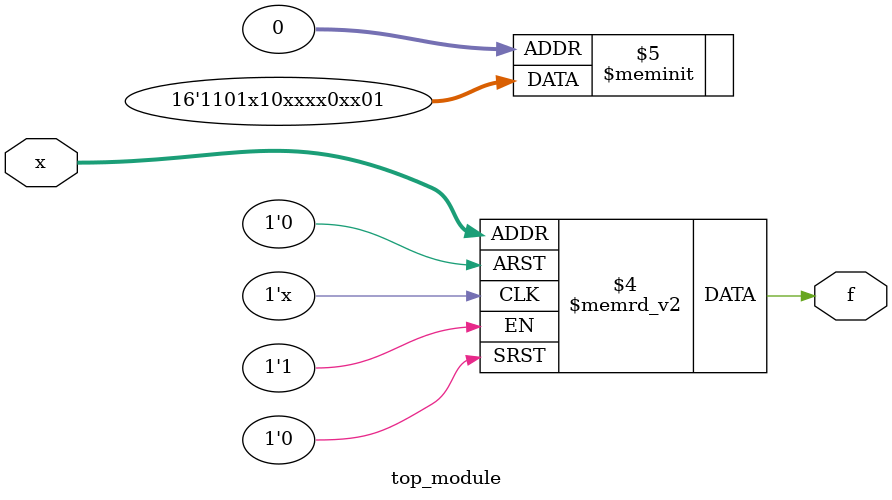
<source format=sv>
module top_module (
    input [4:1] x,
    output logic f
);

always_comb begin
    case (x)
        4'b0000, 4'b1010, 4'b1100, 4'b1110, 4'b1111: f = 1'b1;
        4'b0001, 4'b0100, 4'b1001, 4'b1101: f = 1'b0;
        default: f = 1'bx;
    endcase
end

endmodule

</source>
